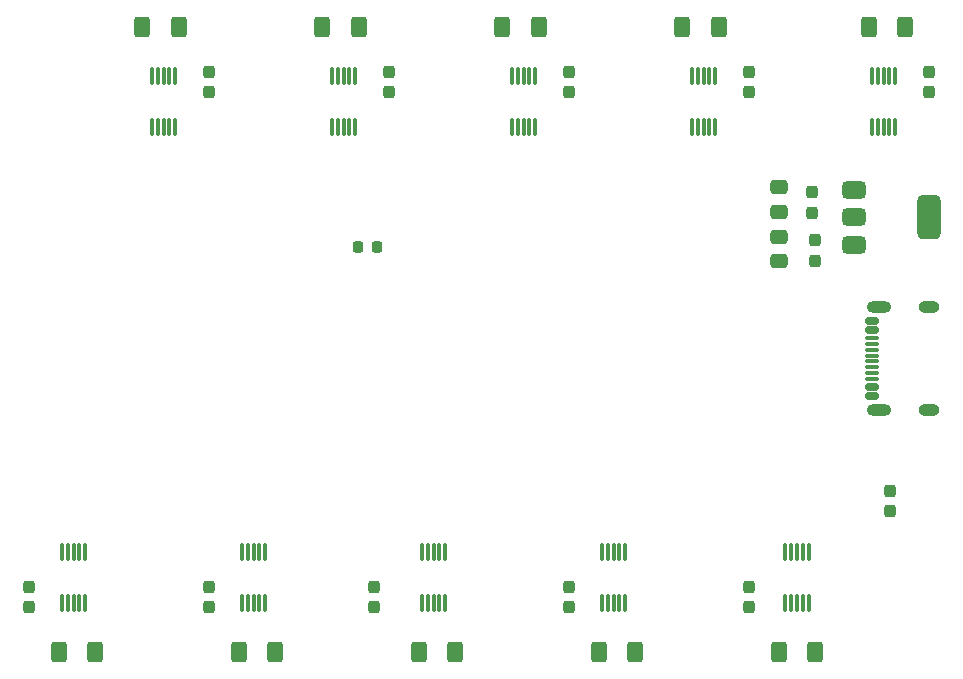
<source format=gbr>
%TF.GenerationSoftware,KiCad,Pcbnew,8.0.3*%
%TF.CreationDate,2024-06-21T15:52:04+03:00*%
%TF.ProjectId,pm,706d2e6b-6963-4616-945f-706362585858,rev?*%
%TF.SameCoordinates,Original*%
%TF.FileFunction,Paste,Top*%
%TF.FilePolarity,Positive*%
%FSLAX46Y46*%
G04 Gerber Fmt 4.6, Leading zero omitted, Abs format (unit mm)*
G04 Created by KiCad (PCBNEW 8.0.3) date 2024-06-21 15:52:04*
%MOMM*%
%LPD*%
G01*
G04 APERTURE LIST*
G04 Aperture macros list*
%AMRoundRect*
0 Rectangle with rounded corners*
0 $1 Rounding radius*
0 $2 $3 $4 $5 $6 $7 $8 $9 X,Y pos of 4 corners*
0 Add a 4 corners polygon primitive as box body*
4,1,4,$2,$3,$4,$5,$6,$7,$8,$9,$2,$3,0*
0 Add four circle primitives for the rounded corners*
1,1,$1+$1,$2,$3*
1,1,$1+$1,$4,$5*
1,1,$1+$1,$6,$7*
1,1,$1+$1,$8,$9*
0 Add four rect primitives between the rounded corners*
20,1,$1+$1,$2,$3,$4,$5,0*
20,1,$1+$1,$4,$5,$6,$7,0*
20,1,$1+$1,$6,$7,$8,$9,0*
20,1,$1+$1,$8,$9,$2,$3,0*%
G04 Aperture macros list end*
%ADD10RoundRect,0.218750X-0.218750X-0.256250X0.218750X-0.256250X0.218750X0.256250X-0.218750X0.256250X0*%
%ADD11RoundRect,0.375000X-0.625000X-0.375000X0.625000X-0.375000X0.625000X0.375000X-0.625000X0.375000X0*%
%ADD12RoundRect,0.500000X-0.500000X-1.400000X0.500000X-1.400000X0.500000X1.400000X-0.500000X1.400000X0*%
%ADD13RoundRect,0.237500X-0.237500X0.300000X-0.237500X-0.300000X0.237500X-0.300000X0.237500X0.300000X0*%
%ADD14RoundRect,0.250000X0.475000X-0.337500X0.475000X0.337500X-0.475000X0.337500X-0.475000X-0.337500X0*%
%ADD15RoundRect,0.237500X0.237500X-0.300000X0.237500X0.300000X-0.237500X0.300000X-0.237500X-0.300000X0*%
%ADD16RoundRect,0.075000X0.075000X-0.650000X0.075000X0.650000X-0.075000X0.650000X-0.075000X-0.650000X0*%
%ADD17RoundRect,0.250000X0.400000X0.625000X-0.400000X0.625000X-0.400000X-0.625000X0.400000X-0.625000X0*%
%ADD18RoundRect,0.075000X-0.075000X0.650000X-0.075000X-0.650000X0.075000X-0.650000X0.075000X0.650000X0*%
%ADD19RoundRect,0.250000X-0.400000X-0.625000X0.400000X-0.625000X0.400000X0.625000X-0.400000X0.625000X0*%
%ADD20RoundRect,0.150000X0.425000X-0.150000X0.425000X0.150000X-0.425000X0.150000X-0.425000X-0.150000X0*%
%ADD21RoundRect,0.075000X0.500000X-0.075000X0.500000X0.075000X-0.500000X0.075000X-0.500000X-0.075000X0*%
%ADD22O,2.100000X1.000000*%
%ADD23O,1.800000X1.000000*%
G04 APERTURE END LIST*
D10*
%TO.C,D1*%
X93954500Y-82550000D03*
X95529500Y-82550000D03*
%TD*%
D11*
%TO.C,U12*%
X135940000Y-77710000D03*
X135940000Y-80010000D03*
D12*
X142240000Y-80010000D03*
D11*
X135940000Y-82310000D03*
%TD*%
D13*
%TO.C,C26*%
X132588000Y-81941500D03*
X132588000Y-83666500D03*
%TD*%
D14*
%TO.C,C25*%
X129540000Y-81637500D03*
X129540000Y-83712500D03*
%TD*%
D13*
%TO.C,C5*%
X81280000Y-67650000D03*
X81280000Y-69375000D03*
%TD*%
D15*
%TO.C,C8*%
X111760000Y-113030000D03*
X111760000Y-111305000D03*
%TD*%
D16*
%TO.C,U4*%
X122190000Y-72390000D03*
X122690000Y-72390000D03*
X123190000Y-72390000D03*
X123690000Y-72390000D03*
X124190000Y-72390000D03*
X124190000Y-67990000D03*
X123690000Y-67990000D03*
X123190000Y-67990000D03*
X122690000Y-67990000D03*
X122190000Y-67990000D03*
%TD*%
D13*
%TO.C,C18*%
X132334000Y-77877500D03*
X132334000Y-79602500D03*
%TD*%
%TO.C,C1*%
X142240000Y-67650000D03*
X142240000Y-69375000D03*
%TD*%
D15*
%TO.C,C7*%
X127000000Y-113030000D03*
X127000000Y-111305000D03*
%TD*%
%TO.C,C19*%
X138938000Y-104902000D03*
X138938000Y-103177000D03*
%TD*%
D17*
%TO.C,R9*%
X117400000Y-116840000D03*
X114300000Y-116840000D03*
%TD*%
D16*
%TO.C,U3*%
X106950000Y-72390000D03*
X107450000Y-72390000D03*
X107950000Y-72390000D03*
X108450000Y-72390000D03*
X108950000Y-72390000D03*
X108950000Y-67990000D03*
X108450000Y-67990000D03*
X107950000Y-67990000D03*
X107450000Y-67990000D03*
X106950000Y-67990000D03*
%TD*%
D18*
%TO.C,U8*%
X101330000Y-108290000D03*
X100830000Y-108290000D03*
X100330000Y-108290000D03*
X99830000Y-108290000D03*
X99330000Y-108290000D03*
X99330000Y-112690000D03*
X99830000Y-112690000D03*
X100330000Y-112690000D03*
X100830000Y-112690000D03*
X101330000Y-112690000D03*
%TD*%
D17*
%TO.C,R6*%
X71680000Y-116840000D03*
X68580000Y-116840000D03*
%TD*%
D19*
%TO.C,R4*%
X121360000Y-63840000D03*
X124460000Y-63840000D03*
%TD*%
D15*
%TO.C,C10*%
X81280000Y-113030000D03*
X81280000Y-111305000D03*
%TD*%
D17*
%TO.C,R8*%
X102160000Y-116840000D03*
X99060000Y-116840000D03*
%TD*%
D19*
%TO.C,R2*%
X90880000Y-63840000D03*
X93980000Y-63840000D03*
%TD*%
D13*
%TO.C,C3*%
X111760000Y-67650000D03*
X111760000Y-69375000D03*
%TD*%
D16*
%TO.C,U5*%
X137430000Y-72390000D03*
X137930000Y-72390000D03*
X138430000Y-72390000D03*
X138930000Y-72390000D03*
X139430000Y-72390000D03*
X139430000Y-67990000D03*
X138930000Y-67990000D03*
X138430000Y-67990000D03*
X137930000Y-67990000D03*
X137430000Y-67990000D03*
%TD*%
D19*
%TO.C,R5*%
X137160000Y-63840000D03*
X140260000Y-63840000D03*
%TD*%
D18*
%TO.C,U7*%
X86090000Y-108290000D03*
X85590000Y-108290000D03*
X85090000Y-108290000D03*
X84590000Y-108290000D03*
X84090000Y-108290000D03*
X84090000Y-112690000D03*
X84590000Y-112690000D03*
X85090000Y-112690000D03*
X85590000Y-112690000D03*
X86090000Y-112690000D03*
%TD*%
D16*
%TO.C,U1*%
X76470000Y-72390000D03*
X76970000Y-72390000D03*
X77470000Y-72390000D03*
X77970000Y-72390000D03*
X78470000Y-72390000D03*
X78470000Y-67990000D03*
X77970000Y-67990000D03*
X77470000Y-67990000D03*
X76970000Y-67990000D03*
X76470000Y-67990000D03*
%TD*%
D18*
%TO.C,U9*%
X116570000Y-108290000D03*
X116070000Y-108290000D03*
X115570000Y-108290000D03*
X115070000Y-108290000D03*
X114570000Y-108290000D03*
X114570000Y-112690000D03*
X115070000Y-112690000D03*
X115570000Y-112690000D03*
X116070000Y-112690000D03*
X116570000Y-112690000D03*
%TD*%
D14*
%TO.C,C22*%
X129540000Y-79545000D03*
X129540000Y-77470000D03*
%TD*%
D15*
%TO.C,C9*%
X95250000Y-113030000D03*
X95250000Y-111305000D03*
%TD*%
D18*
%TO.C,U6*%
X70850000Y-108290000D03*
X70350000Y-108290000D03*
X69850000Y-108290000D03*
X69350000Y-108290000D03*
X68850000Y-108290000D03*
X68850000Y-112690000D03*
X69350000Y-112690000D03*
X69850000Y-112690000D03*
X70350000Y-112690000D03*
X70850000Y-112690000D03*
%TD*%
D17*
%TO.C,R10*%
X132640000Y-116840000D03*
X129540000Y-116840000D03*
%TD*%
D19*
%TO.C,R1*%
X75640000Y-63840000D03*
X78740000Y-63840000D03*
%TD*%
D15*
%TO.C,C6*%
X66040000Y-113030000D03*
X66040000Y-111305000D03*
%TD*%
D13*
%TO.C,C2*%
X127000000Y-67650000D03*
X127000000Y-69375000D03*
%TD*%
D18*
%TO.C,U10*%
X132080000Y-108290000D03*
X131580000Y-108290000D03*
X131080000Y-108290000D03*
X130580000Y-108290000D03*
X130080000Y-108290000D03*
X130080000Y-112690000D03*
X130580000Y-112690000D03*
X131080000Y-112690000D03*
X131580000Y-112690000D03*
X132080000Y-112690000D03*
%TD*%
D16*
%TO.C,U2*%
X91710000Y-72390000D03*
X92210000Y-72390000D03*
X92710000Y-72390000D03*
X93210000Y-72390000D03*
X93710000Y-72390000D03*
X93710000Y-67990000D03*
X93210000Y-67990000D03*
X92710000Y-67990000D03*
X92210000Y-67990000D03*
X91710000Y-67990000D03*
%TD*%
D19*
%TO.C,R3*%
X106120000Y-63840000D03*
X109220000Y-63840000D03*
%TD*%
D17*
%TO.C,R7*%
X86920000Y-116840000D03*
X83820000Y-116840000D03*
%TD*%
D13*
%TO.C,C4*%
X96520000Y-67650000D03*
X96520000Y-69375000D03*
%TD*%
D20*
%TO.C,J25*%
X137485000Y-95150000D03*
X137485000Y-94350000D03*
D21*
X137485000Y-93200000D03*
X137485000Y-92200000D03*
X137485000Y-91700000D03*
X137485000Y-90700000D03*
D20*
X137485000Y-89550000D03*
X137485000Y-88750000D03*
X137485000Y-88750000D03*
X137485000Y-89550000D03*
D21*
X137485000Y-90200000D03*
X137485000Y-91200000D03*
X137485000Y-92700000D03*
X137485000Y-93700000D03*
D20*
X137485000Y-94350000D03*
X137485000Y-95150000D03*
D22*
X138060000Y-96270000D03*
D23*
X142240000Y-96270000D03*
D22*
X138060000Y-87630000D03*
D23*
X142240000Y-87630000D03*
%TD*%
M02*

</source>
